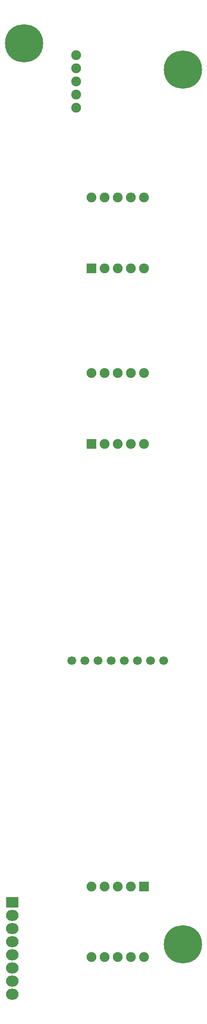
<source format=gbr>
G04 #@! TF.FileFunction,Soldermask,Bot*
%FSLAX46Y46*%
G04 Gerber Fmt 4.6, Leading zero omitted, Abs format (unit mm)*
G04 Created by KiCad (PCBNEW 4.0.0-1rc2.201511291916+6190~38~ubuntu14.04.1-stable) date Mon 14 Mar 2016 12:19:52 PM PDT*
%MOMM*%
G01*
G04 APERTURE LIST*
%ADD10C,0.100000*%
%ADD11R,2.432000X2.127200*%
%ADD12O,2.432000X2.127200*%
%ADD13C,1.900000*%
%ADD14R,1.900000X1.900000*%
%ADD15C,1.700000*%
%ADD16C,7.400000*%
G04 APERTURE END LIST*
D10*
D11*
X101600000Y-171704000D03*
D12*
X101600000Y-174244000D03*
X101600000Y-176784000D03*
X101600000Y-179324000D03*
X101600000Y-181864000D03*
X101600000Y-184404000D03*
X101600000Y-186944000D03*
X101600000Y-189484000D03*
D13*
X114000000Y-7920000D03*
X114000000Y-10460000D03*
X114000000Y-13000000D03*
X114000000Y-15540000D03*
X114000000Y-18080000D03*
X127080000Y-182350000D03*
X124540000Y-182350000D03*
X122000000Y-182350000D03*
X119460000Y-182350000D03*
X116920000Y-182350000D03*
D14*
X127080000Y-168650000D03*
D13*
X124540000Y-168650000D03*
X116920000Y-168650000D03*
X119460000Y-168650000D03*
X122000000Y-168650000D03*
X116920000Y-35400000D03*
X119460000Y-35400000D03*
X122000000Y-35400000D03*
X124540000Y-35400000D03*
X127080000Y-35400000D03*
D14*
X116920000Y-49100000D03*
D13*
X119460000Y-49100000D03*
X127080000Y-49100000D03*
X124540000Y-49100000D03*
X122000000Y-49100000D03*
X116920000Y-69400000D03*
X119460000Y-69400000D03*
X122000000Y-69400000D03*
X124540000Y-69400000D03*
X127080000Y-69400000D03*
D14*
X116920000Y-83100000D03*
D13*
X119460000Y-83100000D03*
X127080000Y-83100000D03*
X124540000Y-83100000D03*
X122000000Y-83100000D03*
D15*
X130890000Y-124990000D03*
X128350000Y-124990000D03*
X125810000Y-124990000D03*
X123270000Y-124990000D03*
X120730000Y-124990000D03*
X118190000Y-124990000D03*
X115650000Y-124990000D03*
X113110000Y-124990000D03*
D16*
X134620000Y-10668000D03*
X103886000Y-5588000D03*
X134620000Y-179832000D03*
M02*

</source>
